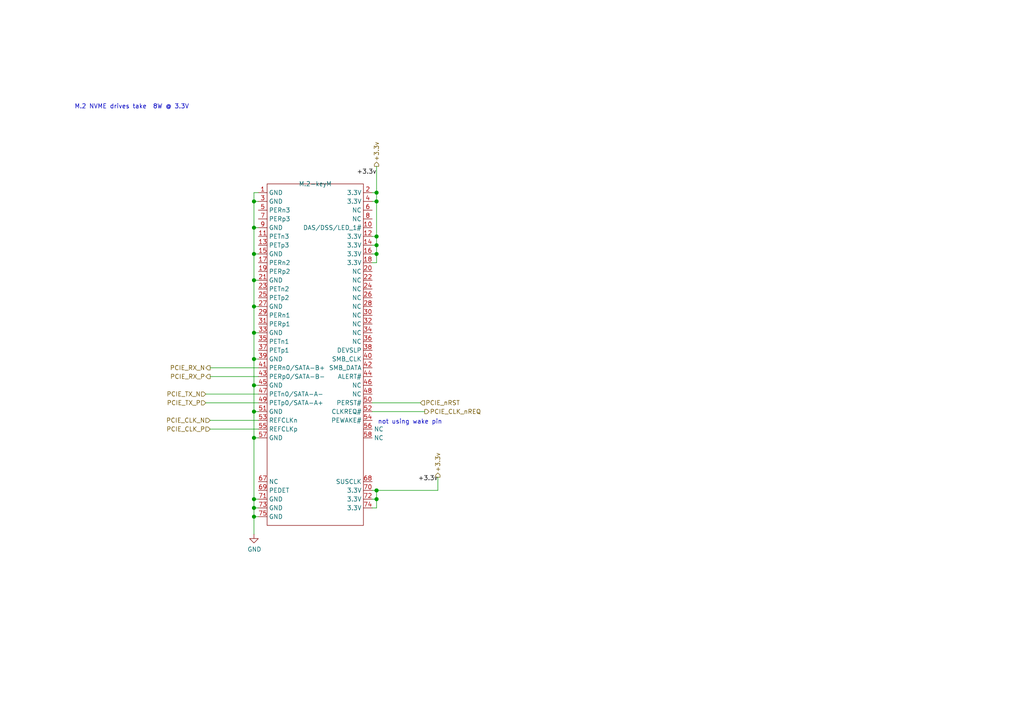
<source format=kicad_sch>
(kicad_sch (version 20210406) (generator eeschema)
  (paper "A4")
  (title_block (title "Compute Module 4 IO Board - PCIe") (rev "1") (company "(c) Raspberry Pi Trading 2020") (comment 1 "www.raspberrypi.org"))
  (lib_symbols
    (symbol "CM4IO:M.2-keyM"
      (property "Value" "M.2-keyM" (at 5.08 -1.27 0))
      (symbol "M.2-keyM_0_0"
        (pin passive line (at 12.7 -15.24 180) (length 2.54) (name "DAS/DSS/LED_1#") (number "10"))
        (pin passive line (at -20.32 -17.78 0) (length 2.54) (name "PETn3") (number "11"))
        (pin power_in line (at 12.7 -17.78 180) (length 2.54) (name "3.3V") (number "12"))
        (pin passive line (at -20.32 -20.32 0) (length 2.54) (name "PETp3") (number "13"))
        (pin power_in line (at 12.7 -20.32 180) (length 2.54) (name "3.3V") (number "14"))
        (pin power_in line (at -20.32 -22.86 0) (length 2.54) (name "GND") (number "15"))
        (pin power_in line (at 12.7 -22.86 180) (length 2.54) (name "3.3V") (number "16"))
        (pin passive line (at -20.32 -25.4 0) (length 2.54) (name "PERn2") (number "17"))
        (pin power_in line (at 12.7 -25.4 180) (length 2.54) (name "3.3V") (number "18"))
        (pin passive line (at -20.32 -27.94 0) (length 2.54) (name "PERp2") (number "19"))
        (pin free line (at 12.7 -27.94 180) (length 2.54) (name "NC") (number "20"))
        (pin power_in line (at -20.32 -30.48 0) (length 2.54) (name "GND") (number "21"))
        (pin free line (at 12.7 -30.48 180) (length 2.54) (name "NC") (number "22"))
        (pin passive line (at -20.32 -33.02 0) (length 2.54) (name "PETn2") (number "23"))
        (pin free line (at 12.7 -33.02 180) (length 2.54) (name "NC") (number "24"))
        (pin passive line (at -20.32 -35.56 0) (length 2.54) (name "PETp2") (number "25"))
        (pin free line (at 12.7 -35.56 180) (length 2.54) (name "NC") (number "26"))
        (pin power_in line (at -20.32 -38.1 0) (length 2.54) (name "GND") (number "27"))
        (pin free line (at 12.7 -38.1 180) (length 2.54) (name "NC") (number "28"))
        (pin passive line (at -20.32 -40.64 0) (length 2.54) (name "PERn1") (number "29"))
        (pin power_in line (at -20.32 -7.62 0) (length 2.54) (name "GND") (number "3"))
        (pin free line (at 12.7 -40.64 180) (length 2.54) (name "NC") (number "30"))
        (pin passive line (at -20.32 -43.18 0) (length 2.54) (name "PERp1") (number "31"))
        (pin free line (at 12.7 -43.18 180) (length 2.54) (name "NC") (number "32"))
        (pin power_in line (at -20.32 -45.72 0) (length 2.54) (name "GND") (number "33"))
        (pin free line (at 12.7 -45.72 180) (length 2.54) (name "NC") (number "34"))
        (pin passive line (at -20.32 -48.26 0) (length 2.54) (name "PETn1") (number "35"))
        (pin free line (at 12.7 -48.26 180) (length 2.54) (name "NC") (number "36"))
        (pin passive line (at -20.32 -50.8 0) (length 2.54) (name "PETp1") (number "37"))
        (pin passive line (at 12.7 -50.8 180) (length 2.54) (name "DEVSLP") (number "38"))
        (pin passive line (at -20.32 -53.34 0) (length 2.54) (name "GND") (number "39"))
        (pin power_in line (at 12.7 -7.62 180) (length 2.54) (name "3.3V") (number "4"))
        (pin passive line (at 12.7 -53.34 180) (length 2.54) (name "SMB_CLK") (number "40"))
        (pin passive line (at -20.32 -55.88 0) (length 2.54) (name "PERn0/SATA-B+") (number "41"))
        (pin passive line (at 12.7 -55.88 180) (length 2.54) (name "SMB_DATA") (number "42"))
        (pin passive line (at -20.32 -58.42 0) (length 2.54) (name "PERp0/SATA-B-") (number "43"))
        (pin passive line (at 12.7 -58.42 180) (length 2.54) (name "ALERT#") (number "44"))
        (pin power_in line (at -20.32 -60.96 0) (length 2.54) (name "GND") (number "45"))
        (pin free line (at 12.7 -60.96 180) (length 2.54) (name "NC") (number "46"))
        (pin passive line (at -20.32 -63.5 0) (length 2.54) (name "PETn0/SATA-A-") (number "47"))
        (pin free line (at 12.7 -63.5 180) (length 2.54) (name "NC") (number "48"))
        (pin passive line (at -20.32 -66.04 0) (length 2.54) (name "PETp0/SATA-A+") (number "49"))
        (pin passive line (at -20.32 -10.16 0) (length 2.54) (name "PERn3") (number "5"))
        (pin passive line (at 12.7 -66.04 180) (length 2.54) (name "PERST#") (number "50"))
        (pin power_in line (at -20.32 -68.58 0) (length 2.54) (name "GND") (number "51"))
        (pin passive line (at 12.7 -68.58 180) (length 2.54) (name "CLKREQ#") (number "52"))
        (pin passive line (at -20.32 -71.12 0) (length 2.54) (name "REFCLKn") (number "53"))
        (pin passive line (at 12.7 -71.12 180) (length 2.54) (name "PEWAKE#") (number "54"))
        (pin passive line (at -20.32 -73.66 0) (length 2.54) (name "REFCLKp") (number "55"))
        (pin free line (at 10.16 -73.66 0) (length 2.54) (name "NC") (number "56"))
        (pin power_in line (at -20.32 -76.2 0) (length 2.54) (name "GND") (number "57"))
        (pin free line (at 10.16 -76.2 0) (length 2.54) (name "NC") (number "58"))
        (pin free line (at 12.7 -10.16 180) (length 2.54) (name "NC") (number "6"))
        (pin free line (at -20.32 -88.9 0) (length 2.54) (name "NC") (number "67"))
        (pin passive line (at 12.7 -88.9 180) (length 2.54) (name "SUSCLK") (number "68"))
        (pin passive line (at -20.32 -91.44 0) (length 2.54) (name "PEDET") (number "69"))
        (pin passive line (at -20.32 -12.7 0) (length 2.54) (name "PERp3") (number "7"))
        (pin power_in line (at 12.7 -91.44 180) (length 2.54) (name "3.3V") (number "70"))
        (pin power_in line (at -20.32 -93.98 0) (length 2.54) (name "GND") (number "71"))
        (pin power_in line (at 12.7 -93.98 180) (length 2.54) (name "3.3V") (number "72"))
        (pin power_in line (at -20.32 -96.52 0) (length 2.54) (name "GND") (number "73"))
        (pin power_in line (at 12.7 -96.52 180) (length 2.54) (name "3.3V") (number "74"))
        (pin power_in line (at -20.32 -99.06 0) (length 2.54) (name "GND") (number "75"))
        (pin free line (at 12.7 -12.7 180) (length 2.54) (name "NC") (number "8"))
        (pin power_in line (at -20.32 -15.24 0) (length 2.54) (name "GND") (number "9"))
      )
      (symbol "M.2-keyM_0_1"
        (rectangle (start -17.78 -2.54) (end 10.16 -101.6) (stroke (width 0.1524)))
      )
      (symbol "M.2-keyM_1_1"
        (pin power_in line (at -20.32 -5.08 0) (length 2.54) (name "GND") (number "1"))
        (pin power_in line (at 12.7 -5.08 180) (length 2.54) (name "3.3V") (number "2"))
      )
    )
    (symbol "power:GND" (power) (pin_names (offset 0))
      (property "Value" "GND" (at 0 -3.81 0))
      (symbol "GND_0_1"
        (polyline (pts (xy 0 0) (xy 0 -1.27) (xy 1.27 -1.27) (xy 0 -2.54) (xy -1.27 -1.27) (xy 0 -1.27)))
      )
      (symbol "GND_1_1"
        (pin power_in line (at 0 0 270) (length 0) hide (name "GND") (number "1"))
      )
    )
  )
  (junction (at 73.66 58.42) (diameter 1.016))
  (junction (at 73.66 66.04) (diameter 1.016))
  (junction (at 73.66 73.66) (diameter 1.016))
  (junction (at 73.66 81.28) (diameter 1.016))
  (junction (at 73.66 88.9) (diameter 1.016))
  (junction (at 73.66 96.52) (diameter 1.016))
  (junction (at 73.66 104.14) (diameter 1.016))
  (junction (at 73.66 111.76) (diameter 1.016))
  (junction (at 73.66 119.38) (diameter 1.016))
  (junction (at 73.66 127) (diameter 1.016))
  (junction (at 73.66 144.78) (diameter 1.016))
  (junction (at 73.66 147.32) (diameter 1.016))
  (junction (at 73.66 149.86) (diameter 1.016))
  (junction (at 109.22 55.88) (diameter 1.016))
  (junction (at 109.22 58.42) (diameter 1.016))
  (junction (at 109.22 68.58) (diameter 1.016))
  (junction (at 109.22 71.12) (diameter 1.016))
  (junction (at 109.22 73.66) (diameter 1.016))
  (junction (at 109.22 142.24) (diameter 1.016))
  (junction (at 109.22 144.78) (diameter 1.016))
  (wire (pts (xy 73.66 55.88) (xy 74.93 55.88)))
  (wire (pts (xy 73.66 58.42) (xy 73.66 55.88)))
  (wire (pts (xy 73.66 66.04) (xy 73.66 58.42)))
  (wire (pts (xy 73.66 73.66) (xy 73.66 66.04)))
  (wire (pts (xy 73.66 81.28) (xy 73.66 73.66)))
  (wire (pts (xy 73.66 88.9) (xy 73.66 81.28)))
  (wire (pts (xy 73.66 96.52) (xy 73.66 88.9)))
  (wire (pts (xy 73.66 104.14) (xy 73.66 96.52)))
  (wire (pts (xy 73.66 111.76) (xy 73.66 104.14)))
  (wire (pts (xy 73.66 119.38) (xy 73.66 111.76)))
  (wire (pts (xy 73.66 127) (xy 73.66 119.38)))
  (wire (pts (xy 73.66 127) (xy 73.66 144.78)))
  (wire (pts (xy 73.66 144.78) (xy 73.66 147.32)))
  (wire (pts (xy 73.66 147.32) (xy 73.66 149.86)))
  (wire (pts (xy 73.66 147.32) (xy 74.93 147.32)))
  (wire (pts (xy 73.66 149.86) (xy 73.66 154.94)))
  (wire (pts (xy 73.66 149.86) (xy 74.93 149.86)))
  (wire (pts (xy 74.93 58.42) (xy 73.66 58.42)))
  (wire (pts (xy 74.93 66.04) (xy 73.66 66.04)))
  (wire (pts (xy 74.93 73.66) (xy 73.66 73.66)))
  (wire (pts (xy 74.93 81.28) (xy 73.66 81.28)))
  (wire (pts (xy 74.93 88.9) (xy 73.66 88.9)))
  (wire (pts (xy 74.93 96.52) (xy 73.66 96.52)))
  (wire (pts (xy 74.93 104.14) (xy 73.66 104.14)))
  (wire (pts (xy 74.93 106.68) (xy 60.96 106.68)))
  (wire (pts (xy 74.93 109.22) (xy 60.96 109.22)))
  (wire (pts (xy 74.93 111.76) (xy 73.66 111.76)))
  (wire (pts (xy 74.93 114.3) (xy 59.69 114.3)))
  (wire (pts (xy 74.93 116.84) (xy 59.69 116.84)))
  (wire (pts (xy 74.93 119.38) (xy 73.66 119.38)))
  (wire (pts (xy 74.93 121.92) (xy 60.96 121.92)))
  (wire (pts (xy 74.93 124.46) (xy 60.96 124.46)))
  (wire (pts (xy 74.93 127) (xy 73.66 127)))
  (wire (pts (xy 74.93 144.78) (xy 73.66 144.78)))
  (wire (pts (xy 107.95 55.88) (xy 109.22 55.88)))
  (wire (pts (xy 107.95 58.42) (xy 109.22 58.42)))
  (wire (pts (xy 107.95 68.58) (xy 109.22 68.58)))
  (wire (pts (xy 107.95 71.12) (xy 109.22 71.12)))
  (wire (pts (xy 107.95 73.66) (xy 109.22 73.66)))
  (wire (pts (xy 107.95 76.2) (xy 109.22 76.2)))
  (wire (pts (xy 107.95 116.84) (xy 121.92 116.84)))
  (wire (pts (xy 107.95 119.38) (xy 123.19 119.38)))
  (wire (pts (xy 107.95 142.24) (xy 109.22 142.24)))
  (wire (pts (xy 107.95 144.78) (xy 109.22 144.78)))
  (wire (pts (xy 107.95 147.32) (xy 109.22 147.32)))
  (wire (pts (xy 109.22 48.26) (xy 109.22 55.88)))
  (wire (pts (xy 109.22 55.88) (xy 109.22 58.42)))
  (wire (pts (xy 109.22 68.58) (xy 109.22 58.42)))
  (wire (pts (xy 109.22 71.12) (xy 109.22 68.58)))
  (wire (pts (xy 109.22 73.66) (xy 109.22 71.12)))
  (wire (pts (xy 109.22 76.2) (xy 109.22 73.66)))
  (wire (pts (xy 109.22 142.24) (xy 127 142.24)))
  (wire (pts (xy 109.22 144.78) (xy 109.22 142.24)))
  (wire (pts (xy 109.22 147.32) (xy 109.22 144.78)))
  (wire (pts (xy 127 138.43) (xy 127 142.24)))
  (text "M.2 NVME drives take ~ 8W @ 3.3V" (at 21.59 31.75 0) (effects (font (size 1.27 1.27)) (justify left bottom)))
  (text "not using wake pin" (at 128.27 123.19 180) (effects (font (size 1.27 1.27)) (justify right bottom)))
  (label "+3.3v" (at 109.22 50.8 180))
  (label "+3.3v" (at 127 139.7 180))
  (hierarchical_label "PCIE_TX_N" (shape input) (at 59.69 114.3 180))
  (hierarchical_label "PCIE_TX_P" (shape input) (at 59.69 116.84 180))
  (hierarchical_label "PCIE_RX_N" (shape output) (at 60.96 106.68 180))
  (hierarchical_label "PCIE_RX_P" (shape output) (at 60.96 109.22 180))
  (hierarchical_label "PCIE_CLK_N" (shape input) (at 60.96 121.92 180))
  (hierarchical_label "PCIE_CLK_P" (shape input) (at 60.96 124.46 180))
  (hierarchical_label "+3.3v" (shape output) (at 109.22 48.26 90))
  (hierarchical_label "PCIE_nRST" (shape input) (at 121.92 116.84 0))
  (hierarchical_label "PCIE_CLK_nREQ" (shape output) (at 123.19 119.38 0))
  (hierarchical_label "+3.3v" (shape output) (at 127 138.43 90))
  (symbol (lib_id "power:GND") (at 73.66 154.94 0) (unit 1)
    (property "Reference" "#PWR036" (effects hide))
    (property "Value" "GND" (at 73.787 159.3342 0))
  )
  (symbol (lib_id "CM4IO:M.2-keyM") (at 95.25 50.8 0) (unit 1)
    (property "Reference" "U9" (effects hide))
    (property "Value" "M.2-keyM" (at 91.44 53.34 0))
    (property "Footprint" "CM4IO:M.2 - M - MDT420M01002" (effects hide))
  )
)
</source>
